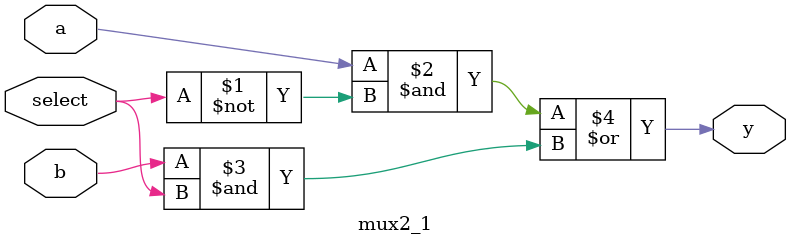
<source format=v>
module mux2_1(input a, b, select, output y);
	assign y = (a & ~select) | (b & select);
endmodule

</source>
